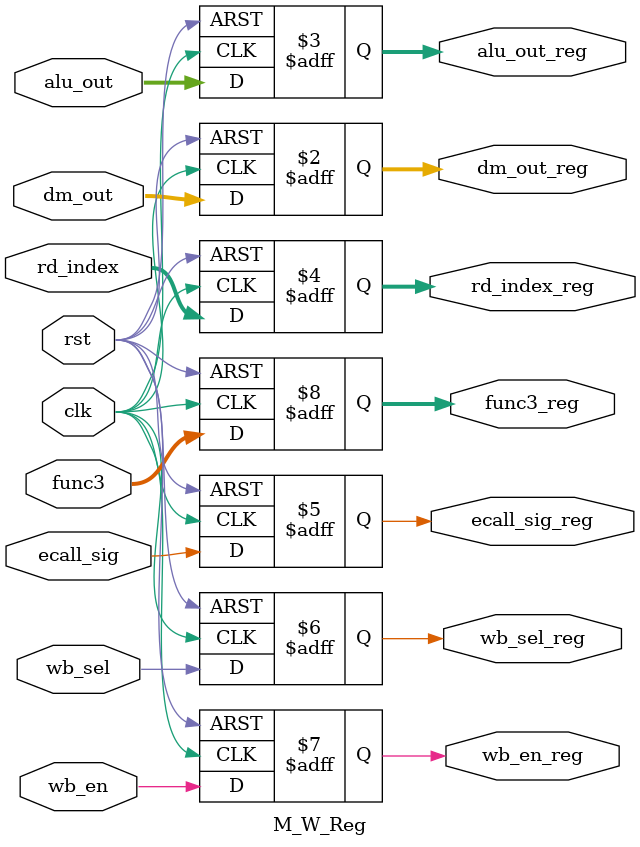
<source format=v>
module M_W_Reg (
	input clk,
	input rst,
	input [31:0] dm_out,
	input [31:0] alu_out,
	input [4:0] rd_index,
	/*control signal*/
	input ecall_sig,
	input wb_sel,
	input wb_en,
	input [2:0]func3,
	output reg[31:0] dm_out_reg,
	output reg[31:0] alu_out_reg,
	output reg[4:0] rd_index_reg,
	/*control signal*/
	output reg ecall_sig_reg,
	output reg wb_sel_reg,
	output reg wb_en_reg,
	output reg [2:0]func3_reg
);
always @(posedge clk or posedge rst) begin
	if(rst) begin
		dm_out_reg <= 32'b0;
		alu_out_reg <= 32'b0;
		rd_index_reg <= 5'b0;
		ecall_sig_reg <= 1'b0;
		wb_sel_reg <= 1'b0;
		wb_en_reg <= 1'b0;
		func3_reg <= 3'b0;
	end
	else begin
		dm_out_reg <= dm_out;
		alu_out_reg <= alu_out;
		rd_index_reg <= rd_index;
		ecall_sig_reg <= ecall_sig;
		wb_sel_reg <= wb_sel;
		wb_en_reg <= wb_en;
		func3_reg <= func3;
	end
end
endmodule

</source>
